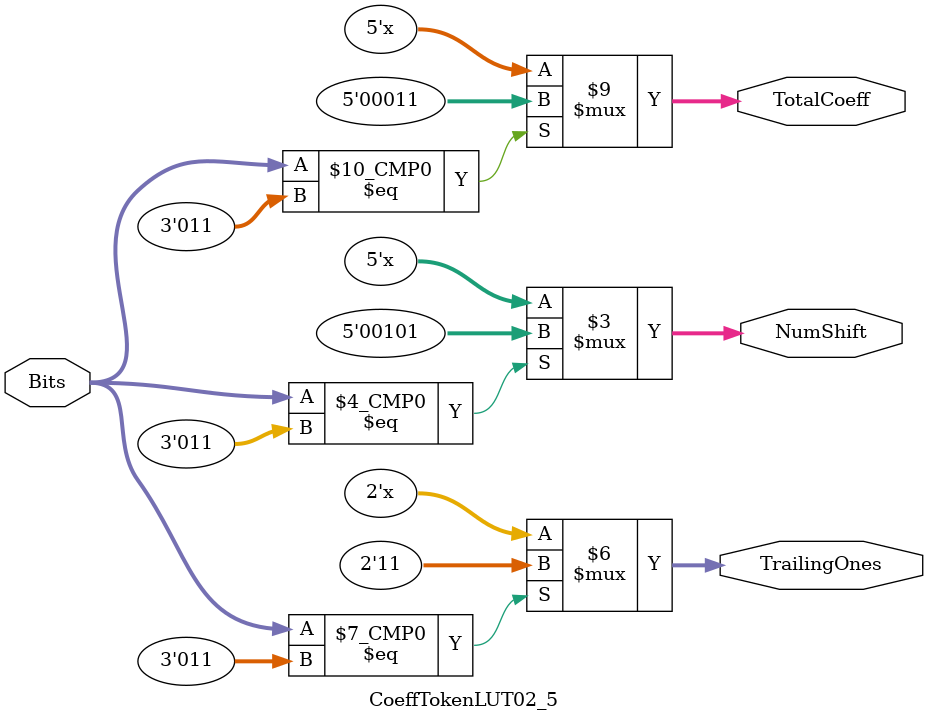
<source format=v>
module CoeffTokenLUT02_5 (
                           input [2:0] Bits,
                           output reg [4:0] TotalCoeff, 
                           output reg [1:0] TrailingOnes, 
                           output reg [4:0] NumShift
                           );
always @* begin
  case (Bits)
    3'b011 : begin
      TotalCoeff = 5'd3;
      TrailingOnes = 2'd3;
      NumShift = 5'd5;
    end
    default : begin
      TotalCoeff = 'bx;
      TrailingOnes = 'bx;
      NumShift = 'bx;
    end
  endcase
end

endmodule
</source>
